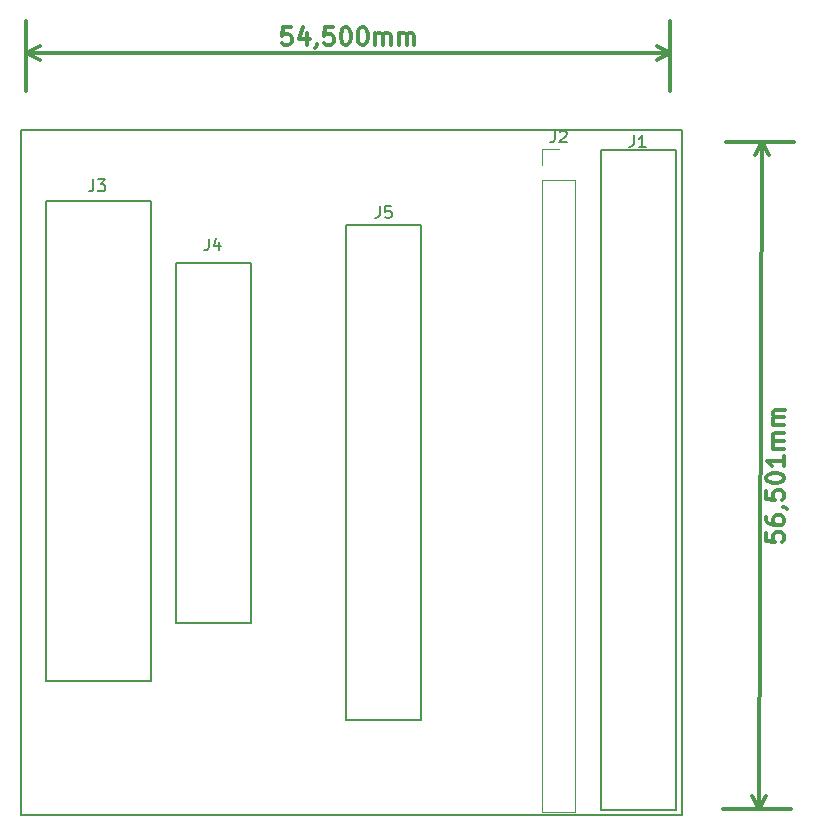
<source format=gbr>
G04 #@! TF.FileFunction,Legend,Top*
%FSLAX46Y46*%
G04 Gerber Fmt 4.6, Leading zero omitted, Abs format (unit mm)*
G04 Created by KiCad (PCBNEW 4.0.6-e0-6349~53~ubuntu14.04.1) date Fri Oct 20 08:52:49 2017*
%MOMM*%
%LPD*%
G01*
G04 APERTURE LIST*
%ADD10C,0.100000*%
%ADD11C,0.300000*%
%ADD12C,0.200000*%
%ADD13C,0.150000*%
%ADD14C,0.120000*%
G04 APERTURE END LIST*
D10*
D11*
X220132015Y-118122706D02*
X220128855Y-118836985D01*
X220842818Y-118911574D01*
X220771707Y-118839829D01*
X220700910Y-118696658D01*
X220702491Y-118339518D01*
X220774551Y-118196979D01*
X220846294Y-118125866D01*
X220989466Y-118055071D01*
X221346606Y-118056651D01*
X221489145Y-118128711D01*
X221560257Y-118200455D01*
X221631053Y-118343627D01*
X221629472Y-118700766D01*
X221557413Y-118843306D01*
X221485669Y-118914418D01*
X220138020Y-116765577D02*
X220136756Y-117051288D01*
X220207552Y-117194460D01*
X220278665Y-117266204D01*
X220492316Y-117410008D01*
X220777712Y-117482701D01*
X221349134Y-117485229D01*
X221492306Y-117414433D01*
X221564050Y-117343322D01*
X221636109Y-117200781D01*
X221637374Y-116915070D01*
X221566578Y-116771898D01*
X221495466Y-116700154D01*
X221352927Y-116628094D01*
X220995787Y-116626514D01*
X220852616Y-116697309D01*
X220780872Y-116768422D01*
X220708812Y-116910961D01*
X220707548Y-117196672D01*
X220778344Y-117339845D01*
X220849455Y-117411588D01*
X220991995Y-117483649D01*
X221570371Y-115914765D02*
X221641798Y-115915081D01*
X221784339Y-115987140D01*
X221855450Y-116058884D01*
X220147818Y-114551313D02*
X220144658Y-115265592D01*
X220858621Y-115340181D01*
X220787509Y-115268436D01*
X220716713Y-115125265D01*
X220718293Y-114768125D01*
X220790354Y-114625586D01*
X220862097Y-114554473D01*
X221005269Y-114483678D01*
X221362408Y-114485258D01*
X221504948Y-114557318D01*
X221576060Y-114629062D01*
X221646855Y-114772234D01*
X221645275Y-115129373D01*
X221573216Y-115271913D01*
X221501471Y-115343025D01*
X220152243Y-113551324D02*
X220152875Y-113408468D01*
X220224935Y-113265928D01*
X220296680Y-113194816D01*
X220439851Y-113124020D01*
X220725879Y-113053857D01*
X221083018Y-113055437D01*
X221368413Y-113128129D01*
X221510953Y-113200189D01*
X221582065Y-113271933D01*
X221652860Y-113415105D01*
X221652228Y-113557961D01*
X221580169Y-113700500D01*
X221508424Y-113771612D01*
X221365253Y-113842408D01*
X221079225Y-113912572D01*
X220722086Y-113910992D01*
X220436691Y-113838299D01*
X220294151Y-113766240D01*
X220223039Y-113694495D01*
X220152243Y-113551324D01*
X221660762Y-111629409D02*
X221656969Y-112486543D01*
X221658865Y-112057975D02*
X220158880Y-112051338D01*
X220372532Y-112195142D01*
X220514755Y-112338631D01*
X220585551Y-112481802D01*
X221663606Y-110986558D02*
X220663616Y-110982133D01*
X220806472Y-110982765D02*
X220735360Y-110911022D01*
X220664564Y-110767849D01*
X220665512Y-110553566D01*
X220737573Y-110411027D01*
X220880744Y-110340231D01*
X221666451Y-110343707D01*
X220880744Y-110340231D02*
X220738205Y-110268170D01*
X220667408Y-110124999D01*
X220668357Y-109910716D01*
X220740417Y-109768175D01*
X220883589Y-109697380D01*
X221669295Y-109700856D01*
X221672456Y-108986577D02*
X220672465Y-108982153D01*
X220815322Y-108982785D02*
X220744210Y-108911041D01*
X220673413Y-108767869D01*
X220674362Y-108553586D01*
X220746422Y-108411046D01*
X220889594Y-108340250D01*
X221675300Y-108343727D01*
X220889594Y-108340250D02*
X220747054Y-108268190D01*
X220676258Y-108125018D01*
X220677206Y-107910735D01*
X220749266Y-107768195D01*
X220892438Y-107697399D01*
X221678144Y-107700876D01*
X219749941Y-85013274D02*
X219499941Y-141513274D01*
X216750000Y-85000000D02*
X222449915Y-85025221D01*
X216500000Y-141500000D02*
X222199915Y-141525221D01*
X219499941Y-141513274D02*
X218918510Y-140384187D01*
X219499941Y-141513274D02*
X220091340Y-140389376D01*
X219749941Y-85013274D02*
X219158542Y-86137172D01*
X219749941Y-85013274D02*
X220331372Y-86142361D01*
X179892859Y-75328571D02*
X179178573Y-75328571D01*
X179107144Y-76042857D01*
X179178573Y-75971429D01*
X179321430Y-75900000D01*
X179678573Y-75900000D01*
X179821430Y-75971429D01*
X179892859Y-76042857D01*
X179964287Y-76185714D01*
X179964287Y-76542857D01*
X179892859Y-76685714D01*
X179821430Y-76757143D01*
X179678573Y-76828571D01*
X179321430Y-76828571D01*
X179178573Y-76757143D01*
X179107144Y-76685714D01*
X181250001Y-75828571D02*
X181250001Y-76828571D01*
X180892858Y-75257143D02*
X180535715Y-76328571D01*
X181464287Y-76328571D01*
X182107143Y-76757143D02*
X182107143Y-76828571D01*
X182035715Y-76971429D01*
X181964286Y-77042857D01*
X183464287Y-75328571D02*
X182750001Y-75328571D01*
X182678572Y-76042857D01*
X182750001Y-75971429D01*
X182892858Y-75900000D01*
X183250001Y-75900000D01*
X183392858Y-75971429D01*
X183464287Y-76042857D01*
X183535715Y-76185714D01*
X183535715Y-76542857D01*
X183464287Y-76685714D01*
X183392858Y-76757143D01*
X183250001Y-76828571D01*
X182892858Y-76828571D01*
X182750001Y-76757143D01*
X182678572Y-76685714D01*
X184464286Y-75328571D02*
X184607143Y-75328571D01*
X184750000Y-75400000D01*
X184821429Y-75471429D01*
X184892858Y-75614286D01*
X184964286Y-75900000D01*
X184964286Y-76257143D01*
X184892858Y-76542857D01*
X184821429Y-76685714D01*
X184750000Y-76757143D01*
X184607143Y-76828571D01*
X184464286Y-76828571D01*
X184321429Y-76757143D01*
X184250000Y-76685714D01*
X184178572Y-76542857D01*
X184107143Y-76257143D01*
X184107143Y-75900000D01*
X184178572Y-75614286D01*
X184250000Y-75471429D01*
X184321429Y-75400000D01*
X184464286Y-75328571D01*
X185892857Y-75328571D02*
X186035714Y-75328571D01*
X186178571Y-75400000D01*
X186250000Y-75471429D01*
X186321429Y-75614286D01*
X186392857Y-75900000D01*
X186392857Y-76257143D01*
X186321429Y-76542857D01*
X186250000Y-76685714D01*
X186178571Y-76757143D01*
X186035714Y-76828571D01*
X185892857Y-76828571D01*
X185750000Y-76757143D01*
X185678571Y-76685714D01*
X185607143Y-76542857D01*
X185535714Y-76257143D01*
X185535714Y-75900000D01*
X185607143Y-75614286D01*
X185678571Y-75471429D01*
X185750000Y-75400000D01*
X185892857Y-75328571D01*
X187035714Y-76828571D02*
X187035714Y-75828571D01*
X187035714Y-75971429D02*
X187107142Y-75900000D01*
X187250000Y-75828571D01*
X187464285Y-75828571D01*
X187607142Y-75900000D01*
X187678571Y-76042857D01*
X187678571Y-76828571D01*
X187678571Y-76042857D02*
X187750000Y-75900000D01*
X187892857Y-75828571D01*
X188107142Y-75828571D01*
X188250000Y-75900000D01*
X188321428Y-76042857D01*
X188321428Y-76828571D01*
X189035714Y-76828571D02*
X189035714Y-75828571D01*
X189035714Y-75971429D02*
X189107142Y-75900000D01*
X189250000Y-75828571D01*
X189464285Y-75828571D01*
X189607142Y-75900000D01*
X189678571Y-76042857D01*
X189678571Y-76828571D01*
X189678571Y-76042857D02*
X189750000Y-75900000D01*
X189892857Y-75828571D01*
X190107142Y-75828571D01*
X190250000Y-75900000D01*
X190321428Y-76042857D01*
X190321428Y-76828571D01*
X157500000Y-77500000D02*
X212000000Y-77500000D01*
X157500000Y-80750000D02*
X157500000Y-74800000D01*
X212000000Y-80750000D02*
X212000000Y-74800000D01*
X212000000Y-77500000D02*
X210873496Y-78086421D01*
X212000000Y-77500000D02*
X210873496Y-76913579D01*
X157500000Y-77500000D02*
X158626504Y-78086421D01*
X157500000Y-77500000D02*
X158626504Y-76913579D01*
D12*
X213000000Y-142000000D02*
X213000000Y-84000000D01*
X157000000Y-142000000D02*
X213000000Y-142000000D01*
X157000000Y-84000000D02*
X157000000Y-142000000D01*
X213000000Y-84000000D02*
X157000000Y-84000000D01*
D13*
X212471000Y-85725000D02*
X206121000Y-85725000D01*
X206121000Y-85725000D02*
X206121000Y-141605000D01*
X206121000Y-141605000D02*
X212471000Y-141605000D01*
X212471000Y-141605000D02*
X212471000Y-85725000D01*
D14*
X201175000Y-88265000D02*
X201175000Y-141725000D01*
X201175000Y-141725000D02*
X203955000Y-141725000D01*
X203955000Y-141725000D02*
X203955000Y-88265000D01*
X203955000Y-88265000D02*
X201175000Y-88265000D01*
X201175000Y-86995000D02*
X201175000Y-85605000D01*
X201175000Y-85605000D02*
X202565000Y-85605000D01*
D13*
X159131000Y-90043000D02*
X159131000Y-130683000D01*
X159131000Y-130683000D02*
X168021000Y-130683000D01*
X168021000Y-130683000D02*
X168021000Y-90043000D01*
X168021000Y-90043000D02*
X159131000Y-90043000D01*
X176530000Y-95250000D02*
X170180000Y-95250000D01*
X170180000Y-95250000D02*
X170180000Y-125730000D01*
X170180000Y-125730000D02*
X176530000Y-125730000D01*
X176530000Y-125730000D02*
X176530000Y-95250000D01*
X184531000Y-92075000D02*
X184531000Y-100965000D01*
X184531000Y-92075000D02*
X190881000Y-92075000D01*
X190881000Y-92075000D02*
X190881000Y-133985000D01*
X190881000Y-133985000D02*
X184531000Y-133985000D01*
X184531000Y-133985000D02*
X184531000Y-99695000D01*
X208916667Y-84452381D02*
X208916667Y-85166667D01*
X208869047Y-85309524D01*
X208773809Y-85404762D01*
X208630952Y-85452381D01*
X208535714Y-85452381D01*
X209916667Y-85452381D02*
X209345238Y-85452381D01*
X209630952Y-85452381D02*
X209630952Y-84452381D01*
X209535714Y-84595238D01*
X209440476Y-84690476D01*
X209345238Y-84738095D01*
X202231667Y-84057381D02*
X202231667Y-84771667D01*
X202184047Y-84914524D01*
X202088809Y-85009762D01*
X201945952Y-85057381D01*
X201850714Y-85057381D01*
X202660238Y-84152619D02*
X202707857Y-84105000D01*
X202803095Y-84057381D01*
X203041191Y-84057381D01*
X203136429Y-84105000D01*
X203184048Y-84152619D01*
X203231667Y-84247857D01*
X203231667Y-84343095D01*
X203184048Y-84485952D01*
X202612619Y-85057381D01*
X203231667Y-85057381D01*
X163166667Y-88202381D02*
X163166667Y-88916667D01*
X163119047Y-89059524D01*
X163023809Y-89154762D01*
X162880952Y-89202381D01*
X162785714Y-89202381D01*
X163547619Y-88202381D02*
X164166667Y-88202381D01*
X163833333Y-88583333D01*
X163976191Y-88583333D01*
X164071429Y-88630952D01*
X164119048Y-88678571D01*
X164166667Y-88773810D01*
X164166667Y-89011905D01*
X164119048Y-89107143D01*
X164071429Y-89154762D01*
X163976191Y-89202381D01*
X163690476Y-89202381D01*
X163595238Y-89154762D01*
X163547619Y-89107143D01*
X172916667Y-93202381D02*
X172916667Y-93916667D01*
X172869047Y-94059524D01*
X172773809Y-94154762D01*
X172630952Y-94202381D01*
X172535714Y-94202381D01*
X173821429Y-93535714D02*
X173821429Y-94202381D01*
X173583333Y-93154762D02*
X173345238Y-93869048D01*
X173964286Y-93869048D01*
X187416667Y-90452381D02*
X187416667Y-91166667D01*
X187369047Y-91309524D01*
X187273809Y-91404762D01*
X187130952Y-91452381D01*
X187035714Y-91452381D01*
X188369048Y-90452381D02*
X187892857Y-90452381D01*
X187845238Y-90928571D01*
X187892857Y-90880952D01*
X187988095Y-90833333D01*
X188226191Y-90833333D01*
X188321429Y-90880952D01*
X188369048Y-90928571D01*
X188416667Y-91023810D01*
X188416667Y-91261905D01*
X188369048Y-91357143D01*
X188321429Y-91404762D01*
X188226191Y-91452381D01*
X187988095Y-91452381D01*
X187892857Y-91404762D01*
X187845238Y-91357143D01*
M02*

</source>
